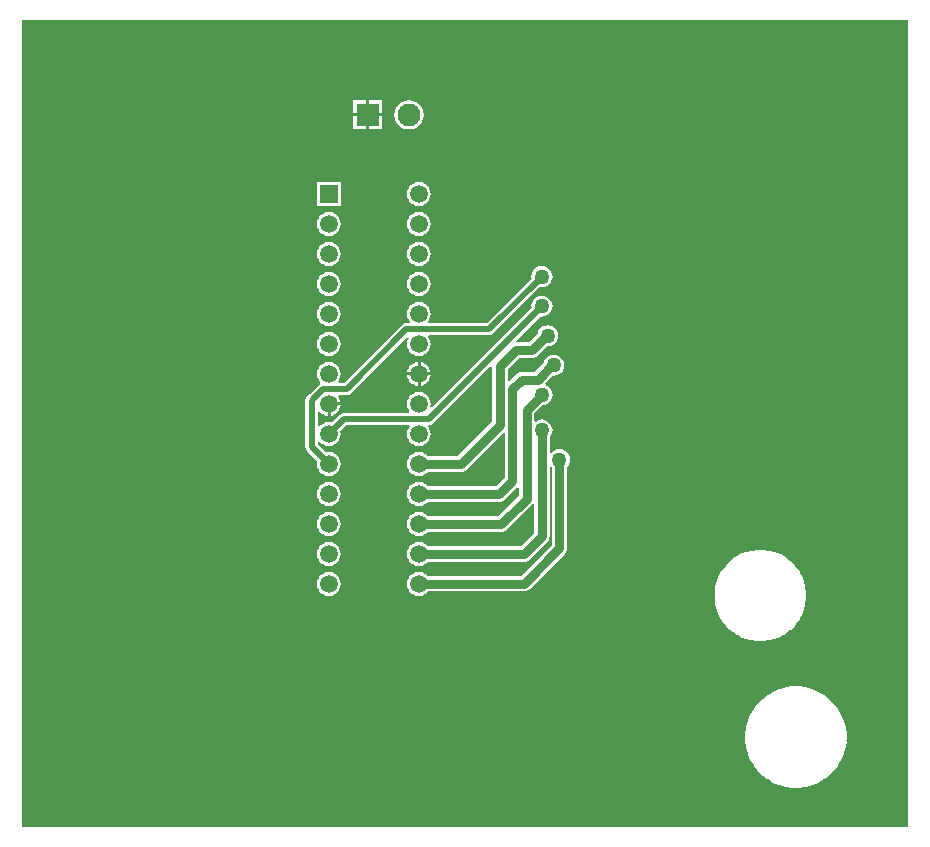
<source format=gbr>
%FSTAX23Y23*%
%MOIN*%
%SFA1B1*%

%IPPOS*%
%ADD13C,0.031496*%
%ADD14C,0.076772*%
%ADD15R,0.076772X0.076772*%
%ADD16C,0.059055*%
%ADD17R,0.059055X0.059055*%
%ADD18C,0.050000*%
%ADD19C,0.019685*%
%LNpcb2_copper_signal_bot-1*%
%LPD*%
G36*
X0561Y01D02*
X02657D01*
Y0369*
X0561*
Y01*
G37*
%LNpcb2_copper_signal_bot-2*%
%LPC*%
G36*
X03857Y03422D02*
X03814D01*
Y03379*
X03857*
Y03422*
G37*
G36*
X03804D02*
X0376D01*
Y03379*
X03804*
Y03422*
G37*
G36*
X03857Y03369D02*
X03814D01*
Y03325*
X03857*
Y03369*
G37*
G36*
X03804D02*
X0376D01*
Y03325*
X03804*
Y03369*
G37*
G36*
X03946Y03422D02*
X03934Y03421D01*
X03922Y03416*
X03912Y03408*
X03904Y03398*
X03899Y03386*
X03898Y03374*
X03899Y03361*
X03904Y03349*
X03912Y03339*
X03922Y03331*
X03934Y03326*
X03946Y03325*
X03959Y03326*
X03971Y03331*
X03981Y03339*
X03989Y03349*
X03993Y03361*
X03995Y03374*
X03993Y03386*
X03989Y03398*
X03981Y03408*
X03971Y03416*
X03959Y03421*
X03946Y03422*
G37*
G36*
X03719Y03149D02*
X0364D01*
Y0307*
X03719*
Y03149*
G37*
G36*
X0398Y03149D02*
X03969Y03148D01*
X0396Y03144*
X03951Y03138*
X03945Y03129*
X03941Y0312*
X0394Y0311*
X03941Y03099*
X03945Y0309*
X03951Y03081*
X0396Y03075*
X03969Y03071*
X0398Y0307*
X0399Y03071*
X03999Y03075*
X04008Y03081*
X04014Y0309*
X04018Y03099*
X04019Y0311*
X04018Y0312*
X04014Y03129*
X04008Y03138*
X03999Y03144*
X0399Y03148*
X0398Y03149*
G37*
G36*
Y03049D02*
X03969Y03048D01*
X0396Y03044*
X03951Y03038*
X03945Y03029*
X03941Y0302*
X0394Y0301*
X03941Y02999*
X03945Y0299*
X03951Y02981*
X0396Y02975*
X03969Y02971*
X0398Y0297*
X0399Y02971*
X03999Y02975*
X04008Y02981*
X04014Y0299*
X04018Y02999*
X04019Y0301*
X04018Y0302*
X04014Y03029*
X04008Y03038*
X03999Y03044*
X0399Y03048*
X0398Y03049*
G37*
G36*
X0368D02*
X03669Y03048D01*
X0366Y03044*
X03651Y03038*
X03645Y03029*
X03641Y0302*
X0364Y0301*
X03641Y02999*
X03645Y0299*
X03651Y02981*
X0366Y02975*
X03669Y02971*
X0368Y0297*
X0369Y02971*
X03699Y02975*
X03708Y02981*
X03714Y0299*
X03718Y02999*
X03719Y0301*
X03718Y0302*
X03714Y03029*
X03708Y03038*
X03699Y03044*
X0369Y03048*
X0368Y03049*
G37*
G36*
X0398Y02949D02*
X03969Y02948D01*
X0396Y02944*
X03951Y02938*
X03945Y02929*
X03941Y0292*
X0394Y0291*
X03941Y02899*
X03945Y0289*
X03951Y02881*
X0396Y02875*
X03969Y02871*
X0398Y0287*
X0399Y02871*
X03999Y02875*
X04008Y02881*
X04014Y0289*
X04018Y02899*
X04019Y0291*
X04018Y0292*
X04014Y02929*
X04008Y02938*
X03999Y02944*
X0399Y02948*
X0398Y02949*
G37*
G36*
X0368D02*
X03669Y02948D01*
X0366Y02944*
X03651Y02938*
X03645Y02929*
X03641Y0292*
X0364Y0291*
X03641Y02899*
X03645Y0289*
X03651Y02881*
X0366Y02875*
X03669Y02871*
X0368Y0287*
X0369Y02871*
X03699Y02875*
X03708Y02881*
X03714Y0289*
X03718Y02899*
X03719Y0291*
X03718Y0292*
X03714Y02929*
X03708Y02938*
X03699Y02944*
X0369Y02948*
X0368Y02949*
G37*
G36*
X04389Y02869D02*
X0438Y02868D01*
X04372Y02865*
X04364Y02859*
X04359Y02852*
X04355Y02843*
X04354Y02834*
X04355Y02828*
X04206Y02679*
X04012*
X0401Y02684*
X04014Y0269*
X04018Y02699*
X04019Y0271*
X04018Y0272*
X04014Y02729*
X04008Y02738*
X03999Y02744*
X0399Y02748*
X0398Y02749*
X03969Y02748*
X0396Y02744*
X03951Y02738*
X03945Y02729*
X03941Y0272*
X0394Y0271*
X03941Y02699*
X03945Y0269*
X03949Y02684*
X03947Y02679*
X03938*
X03931Y02678*
X03924Y02673*
X03731Y0248*
X03713*
X03711Y02485*
X03714Y0249*
X03718Y02499*
X03719Y0251*
X03718Y0252*
X03714Y02529*
X03708Y02538*
X03699Y02544*
X0369Y02548*
X0368Y02549*
X03669Y02548*
X0366Y02544*
X03651Y02538*
X03645Y02529*
X03641Y0252*
X0364Y0251*
X03641Y02499*
X03645Y0249*
X0365Y02483*
X0365Y0248*
X0365Y02478*
X03649Y02477*
X03646Y02474*
X03616Y02444*
X03615Y02442*
X03607Y02435*
X03603Y02429*
X03601Y02421*
Y02267*
X03603Y0226*
X03607Y02253*
X03641Y02219*
X0364Y0221*
X03641Y02199*
X03645Y0219*
X03651Y02181*
X0366Y02175*
X03669Y02171*
X0368Y0217*
X0369Y02171*
X03699Y02175*
X03708Y02181*
X03714Y0219*
X03718Y02199*
X03719Y0221*
X03718Y0222*
X03714Y02229*
X03708Y02238*
X03699Y02244*
X0369Y02248*
X0368Y02249*
X0367Y02248*
X03642Y02276*
Y02286*
X03647Y02287*
X03651Y02281*
X0366Y02275*
X03669Y02271*
X0368Y0227*
X0369Y02271*
X03699Y02275*
X03708Y02281*
X03714Y0229*
X03718Y02299*
X03719Y0231*
X03718Y02319*
X03739Y0234*
X03947*
X03949Y02335*
X03945Y02329*
X03941Y0232*
X0394Y0231*
X03941Y02299*
X03945Y0229*
X03951Y02281*
X0396Y02275*
X03969Y02271*
X0398Y0227*
X0399Y02271*
X03999Y02275*
X04008Y02281*
X04014Y0229*
X04018Y02299*
X04019Y0231*
X04018Y0232*
X04014Y02329*
X0401Y02335*
X04012Y0234*
X04014*
X04021Y02341*
X04028Y02346*
X04218Y02536*
X04223Y02534*
Y02351*
X04108Y02235*
X04009*
X04008Y02238*
X03999Y02244*
X0399Y02248*
X0398Y02249*
X03969Y02248*
X0396Y02244*
X03951Y02238*
X03945Y02229*
X03941Y0222*
X0394Y0221*
X03941Y02199*
X03945Y0219*
X03951Y02181*
X0396Y02175*
X03969Y02171*
X0398Y0217*
X0399Y02171*
X03999Y02175*
X04008Y02181*
X04009Y02184*
X04119*
X04126Y02184*
X04132Y02187*
X04137Y02191*
X0426Y02314*
X04265Y02312*
Y02163*
X04237Y02135*
X04009*
X04008Y02138*
X03999Y02144*
X0399Y02148*
X0398Y02149*
X03969Y02148*
X0396Y02144*
X03951Y02138*
X03945Y02129*
X03941Y0212*
X0394Y0211*
X03941Y02099*
X03945Y0209*
X03951Y02081*
X0396Y02075*
X03969Y02071*
X0398Y0207*
X0399Y02071*
X03999Y02075*
X04008Y02081*
X04009Y02084*
X04248*
X04254Y02084*
X04261Y02087*
X04266Y02091*
X04308Y02133*
X04313Y0213*
Y02105*
X04243Y02035*
X04009*
X04008Y02038*
X03999Y02044*
X0399Y02048*
X0398Y02049*
X03969Y02048*
X0396Y02044*
X03951Y02038*
X03945Y02029*
X03941Y0202*
X0394Y0201*
X03941Y01999*
X03945Y0199*
X03951Y01981*
X0396Y01975*
X03969Y01971*
X0398Y0197*
X0399Y01971*
X03999Y01975*
X04008Y01981*
X04009Y01984*
X04254*
X0426Y01984*
X04267Y01987*
X04272Y01991*
X04357Y02076*
X04358Y02078*
X04363Y02076*
Y01979*
X0432Y01935*
X04009*
X04008Y01938*
X03999Y01944*
X0399Y01948*
X0398Y01949*
X03969Y01948*
X0396Y01944*
X03951Y01938*
X03945Y01929*
X03941Y0192*
X0394Y0191*
X03941Y01899*
X03945Y0189*
X03951Y01881*
X0396Y01875*
X03969Y01871*
X0398Y0187*
X0399Y01871*
X03999Y01875*
X04008Y01881*
X04009Y01884*
X04331*
X04337Y01884*
X04344Y01887*
X04349Y01891*
X04408Y0195*
X04412Y01955*
X04414Y01961*
X04415Y01968*
Y02198*
X0442Y02201*
X04422Y02199*
Y01939*
X04319Y01836*
X04009*
X04008Y01838*
X03999Y01844*
X0399Y01848*
X0398Y01849*
X03969Y01848*
X0396Y01844*
X03951Y01838*
X03945Y01829*
X03941Y0182*
X0394Y0181*
X03941Y01799*
X03945Y0179*
X03951Y01781*
X0396Y01775*
X03969Y01771*
X0398Y0177*
X0399Y01771*
X03999Y01775*
X04008Y01781*
X0401Y01785*
X0433*
X04337Y01785*
X04343Y01788*
X04349Y01792*
X04467Y0191*
X04471Y01916*
X04473Y01922*
X04474Y01929*
Y022*
X04479Y02206*
X04482Y02215*
X04484Y02224*
X04482Y02233*
X04479Y02242*
X04473Y02249*
X04466Y02254*
X04457Y02258*
X04448Y02259*
X04439Y02258*
X04431Y02254*
X04423Y02249*
X0442Y02245*
X04415Y02246*
Y02299*
X0442Y02305*
X04423Y02313*
X04425Y02322*
X04423Y02331*
X0442Y0234*
X04414Y02347*
X04407Y02353*
X04398Y02356*
X04389Y02358*
X0438Y02356*
X04372Y02353*
X04369Y02351*
X04364Y02353*
Y02378*
X04392Y02405*
X04398Y02406*
X04407Y0241*
X04414Y02415*
X0442Y02423*
X04423Y02431*
X04425Y0244*
X04423Y0245*
X0442Y02458*
X04414Y02465*
X04407Y02471*
X04402Y02473*
X04401Y02479*
X04425Y02504*
X04429Y02504*
X04438Y02505*
X04446Y02508*
X04454Y02514*
X04459Y02521*
X04463Y0253*
X04464Y02539*
X04463Y02548*
X04459Y02557*
X04454Y02564*
X04446Y02569*
X04438Y02573*
X04429Y02574*
X04419Y02573*
X04411Y02569*
X04404Y02564*
X04398Y02557*
X04395Y02548*
X04394Y02546*
X04365Y02517*
X04322*
X04315Y02516*
X04309Y02514*
X04304Y0251*
X0428Y02486*
X04275Y02488*
Y02526*
X04313Y02563*
X04356*
X04363Y02564*
X04369Y02567*
X04374Y02571*
X04406Y02602*
X04409Y02602*
X04418Y02603*
X04427Y02607*
X04434Y02612*
X0444Y0262*
X04443Y02628*
X04444Y02637*
X04443Y02646*
X0444Y02655*
X04434Y02662*
X04427Y02668*
X04418Y02671*
X04409Y02673*
X044Y02671*
X04391Y02668*
X04384Y02662*
X04378Y02655*
X04375Y02646*
X04375Y02645*
X04345Y02615*
X04304*
X04302Y0262*
X04383Y02701*
X04389Y027*
X04398Y02702*
X04407Y02705*
X04414Y02711*
X0442Y02718*
X04423Y02727*
X04425Y02736*
X04423Y02745*
X0442Y02753*
X04414Y02761*
X04407Y02766*
X04398Y0277*
X04389Y02771*
X0438Y0277*
X04372Y02766*
X04364Y02761*
X04359Y02753*
X04355Y02745*
X04354Y02736*
X04355Y0273*
X04023Y02398*
X04021Y02398*
X04018Y024*
X04019Y0241*
X04018Y0242*
X04014Y02429*
X04008Y02438*
X03999Y02444*
X0399Y02448*
X0398Y02449*
X03969Y02448*
X0396Y02444*
X03951Y02438*
X03945Y02429*
X03941Y0242*
X0394Y0241*
X03941Y02399*
X03945Y0239*
X03948Y02385*
X03946Y0238*
X0373*
X03722Y02379*
X03716Y02374*
X03689Y02348*
X0368Y02349*
X03669Y02348*
X0366Y02344*
X03651Y02338*
X03647Y02332*
X03642Y02333*
Y02386*
X03647Y02387*
X03651Y02381*
X0366Y02375*
X03669Y02371*
X03675Y0237*
Y0241*
X0368*
Y02415*
X03719*
X03718Y0242*
X03714Y02429*
X0371Y02435*
X03712Y0244*
X0374*
X03747Y02441*
X03754Y02446*
X03942Y02634*
X03946Y02631*
X03945Y02629*
X03941Y0262*
X0394Y0261*
X03941Y02599*
X03945Y0259*
X03951Y02581*
X0396Y02575*
X03969Y02571*
X0398Y0257*
X0399Y02571*
X03999Y02575*
X04008Y02581*
X04014Y0259*
X04018Y02599*
X04019Y0261*
X04018Y0262*
X04014Y02629*
X04011Y02634*
X04013Y02639*
X04214*
X04222Y0264*
X04228Y02645*
X04383Y028*
X04389Y02799*
X04398Y028*
X04407Y02804*
X04414Y02809*
X0442Y02816*
X04423Y02825*
X04425Y02834*
X04423Y02843*
X0442Y02852*
X04414Y02859*
X04407Y02865*
X04398Y02868*
X04389Y02869*
G37*
G36*
X0398Y02849D02*
X03969Y02848D01*
X0396Y02844*
X03951Y02838*
X03945Y02829*
X03941Y0282*
X0394Y0281*
X03941Y02799*
X03945Y0279*
X03951Y02781*
X0396Y02775*
X03969Y02771*
X0398Y0277*
X0399Y02771*
X03999Y02775*
X04008Y02781*
X04014Y0279*
X04018Y02799*
X04019Y0281*
X04018Y0282*
X04014Y02829*
X04008Y02838*
X03999Y02844*
X0399Y02848*
X0398Y02849*
G37*
G36*
X0368D02*
X03669Y02848D01*
X0366Y02844*
X03651Y02838*
X03645Y02829*
X03641Y0282*
X0364Y0281*
X03641Y02799*
X03645Y0279*
X03651Y02781*
X0366Y02775*
X03669Y02771*
X0368Y0277*
X0369Y02771*
X03699Y02775*
X03708Y02781*
X03714Y0279*
X03718Y02799*
X03719Y0281*
X03718Y0282*
X03714Y02829*
X03708Y02838*
X03699Y02844*
X0369Y02848*
X0368Y02849*
G37*
G36*
Y02749D02*
X03669Y02748D01*
X0366Y02744*
X03651Y02738*
X03645Y02729*
X03641Y0272*
X0364Y0271*
X03641Y02699*
X03645Y0269*
X03651Y02681*
X0366Y02675*
X03669Y02671*
X0368Y0267*
X0369Y02671*
X03699Y02675*
X03708Y02681*
X03714Y0269*
X03718Y02699*
X03719Y0271*
X03718Y0272*
X03714Y02729*
X03708Y02738*
X03699Y02744*
X0369Y02748*
X0368Y02749*
G37*
G36*
Y02649D02*
X03669Y02648D01*
X0366Y02644*
X03651Y02638*
X03645Y02629*
X03641Y0262*
X0364Y0261*
X03641Y02599*
X03645Y0259*
X03651Y02581*
X0366Y02575*
X03669Y02571*
X0368Y0257*
X0369Y02571*
X03699Y02575*
X03708Y02581*
X03714Y0259*
X03718Y02599*
X03719Y0261*
X03718Y0262*
X03714Y02629*
X03708Y02638*
X03699Y02644*
X0369Y02648*
X0368Y02649*
G37*
G36*
X03985Y02549D02*
Y02515D01*
X04019*
X04018Y0252*
X04014Y02529*
X04008Y02538*
X03999Y02544*
X0399Y02548*
X03985Y02549*
G37*
G36*
X03975D02*
X03969Y02548D01*
X0396Y02544*
X03951Y02538*
X03945Y02529*
X03941Y0252*
X0394Y02515*
X03975*
Y02549*
G37*
G36*
X04019Y02505D02*
X03985D01*
Y0247*
X0399Y02471*
X03999Y02475*
X04008Y02481*
X04014Y0249*
X04018Y02499*
X04019Y02505*
G37*
G36*
X03975D02*
X0394D01*
X03941Y02499*
X03945Y0249*
X03951Y02481*
X0396Y02475*
X03969Y02471*
X03975Y0247*
Y02505*
G37*
G36*
X03719Y02405D02*
X03685D01*
Y0237*
X0369Y02371*
X03699Y02375*
X03708Y02381*
X03714Y0239*
X03718Y02399*
X03719Y02405*
G37*
G36*
X0368Y02149D02*
X03669Y02148D01*
X0366Y02144*
X03651Y02138*
X03645Y02129*
X03641Y0212*
X0364Y0211*
X03641Y02099*
X03645Y0209*
X03651Y02081*
X0366Y02075*
X03669Y02071*
X0368Y0207*
X0369Y02071*
X03699Y02075*
X03708Y02081*
X03714Y0209*
X03718Y02099*
X03719Y0211*
X03718Y0212*
X03714Y02129*
X03708Y02138*
X03699Y02144*
X0369Y02148*
X0368Y02149*
G37*
G36*
Y02049D02*
X03669Y02048D01*
X0366Y02044*
X03651Y02038*
X03645Y02029*
X03641Y0202*
X0364Y0201*
X03641Y01999*
X03645Y0199*
X03651Y01981*
X0366Y01975*
X03669Y01971*
X0368Y0197*
X0369Y01971*
X03699Y01975*
X03708Y01981*
X03714Y0199*
X03718Y01999*
X03719Y0201*
X03718Y0202*
X03714Y02029*
X03708Y02038*
X03699Y02044*
X0369Y02048*
X0368Y02049*
G37*
G36*
X05127Y01923D02*
X05108D01*
X05108Y01923*
X05107Y01923*
X05089Y01921*
X05088Y01921*
X05087Y01921*
X05069Y01916*
X05069Y01915*
X05068Y01915*
X05051Y01908*
X0505Y01908*
X0505Y01908*
X05033Y01898*
X05033Y01898*
X05032Y01898*
X05018Y01886*
X05017Y01886*
X05017Y01885*
X05003Y01872*
X05003Y01872*
X05003Y01871*
X04991Y01856*
X04991Y01856*
X0499Y01855*
X04981Y01839*
X04981Y01839*
X04981Y01838*
X04973Y01821*
X04973Y0182*
X04973Y0182*
X04968Y01802*
X04968Y01801*
X04968Y018*
X04966Y01782*
X04966Y01781*
X04965Y0178*
Y01762*
X04966Y01761*
X04966Y01761*
X04968Y01742*
X04968Y01741*
X04968Y01741*
X04973Y01723*
X04973Y01722*
X04973Y01722*
X04981Y01704*
X04981Y01704*
X04981Y01703*
X0499Y01687*
X04991Y01687*
X04991Y01686*
X05003Y01671*
X05003Y01671*
X05003Y0167*
X05017Y01657*
X05017Y01657*
X05018Y01656*
X05032Y01645*
X05033Y01644*
X05033Y01644*
X0505Y01635*
X0505Y01635*
X05051Y01634*
X05068Y01627*
X05069Y01627*
X05069Y01627*
X05087Y01622*
X05088Y01622*
X05089Y01622*
X05107Y01619*
X05108Y01619*
X05108Y01619*
X05127*
X05128Y01619*
X05128Y01619*
X05147Y01622*
X05147Y01622*
X05148Y01622*
X05166Y01627*
X05167Y01627*
X05167Y01627*
X05184Y01634*
X05185Y01635*
X05186Y01635*
X05202Y01644*
X05202Y01644*
X05203Y01645*
X05218Y01656*
X05218Y01657*
X05219Y01657*
X05232Y0167*
X05232Y01671*
X05233Y01671*
X05244Y01686*
X05244Y01687*
X05245Y01687*
X05254Y01703*
X05254Y01704*
X05255Y01704*
X05262Y01722*
X05262Y01722*
X05262Y01723*
X05267Y01741*
X05267Y01741*
X05267Y01742*
X0527Y01761*
X0527Y01761*
X0527Y01762*
Y0178*
X0527Y01781*
X0527Y01782*
X05267Y018*
X05267Y01801*
X05267Y01802*
X05262Y0182*
X05262Y0182*
X05262Y01821*
X05255Y01838*
X05254Y01839*
X05254Y01839*
X05245Y01855*
X05244Y01856*
X05244Y01856*
X05233Y01871*
X05232Y01872*
X05232Y01872*
X05219Y01885*
X05218Y01886*
X05218Y01886*
X05203Y01898*
X05202Y01898*
X05202Y01898*
X05186Y01908*
X05185Y01908*
X05184Y01908*
X05167Y01915*
X05167Y01915*
X05166Y01916*
X05148Y01921*
X05147Y01921*
X05147Y01921*
X05128Y01923*
X05128Y01923*
X05127Y01923*
G37*
G36*
X0368Y01949D02*
X03669Y01948D01*
X0366Y01944*
X03651Y01938*
X03645Y01929*
X03641Y0192*
X0364Y0191*
X03641Y01899*
X03645Y0189*
X03651Y01881*
X0366Y01875*
X03669Y01871*
X0368Y0187*
X0369Y01871*
X03699Y01875*
X03708Y01881*
X03714Y0189*
X03718Y01899*
X03719Y0191*
X03718Y0192*
X03714Y01929*
X03708Y01938*
X03699Y01944*
X0369Y01948*
X0368Y01949*
G37*
G36*
Y01849D02*
X03669Y01848D01*
X0366Y01844*
X03651Y01838*
X03645Y01829*
X03641Y0182*
X0364Y0181*
X03641Y01799*
X03645Y0179*
X03651Y01781*
X0366Y01775*
X03669Y01771*
X0368Y0177*
X0369Y01771*
X03699Y01775*
X03708Y01781*
X03714Y0179*
X03718Y01799*
X03719Y0181*
X03718Y0182*
X03714Y01829*
X03708Y01838*
X03699Y01844*
X0369Y01848*
X0368Y01849*
G37*
G36*
X05246Y01468D02*
X05225D01*
X05225Y01467*
X05224Y01468*
X05203Y01465*
X05203Y01465*
X05202Y01465*
X05182Y01459*
X05181Y01459*
X05181Y01459*
X05161Y01451*
X05161Y0145*
X0516Y0145*
X05142Y0144*
X05142Y01439*
X05141Y01439*
X05125Y01426*
X05124Y01426*
X05124Y01425*
X05109Y01411*
X05109Y0141*
X05108Y0141*
X05095Y01393*
X05095Y01393*
X05095Y01392*
X05084Y01374*
X05084Y01374*
X05084Y01373*
X05076Y01354*
X05076Y01353*
X05075Y01352*
X0507Y01332*
X0507Y01332*
X0507Y01331*
X05067Y0131*
X05067Y0131*
X05067Y01309*
Y01288*
X05067Y01288*
X05067Y01287*
X0507Y01266*
X0507Y01266*
X0507Y01265*
X05075Y01245*
X05076Y01244*
X05076Y01244*
X05084Y01224*
X05084Y01224*
X05084Y01223*
X05095Y01205*
X05095Y01205*
X05095Y01204*
X05108Y01188*
X05109Y01187*
X05109Y01187*
X05124Y01172*
X05124Y01172*
X05125Y01171*
X05141Y01158*
X05142Y01158*
X05142Y01158*
X0516Y01147*
X05161Y01147*
X05161Y01147*
X05181Y01139*
X05181Y01139*
X05182Y01138*
X05202Y01133*
X05203Y01133*
X05203Y01133*
X05224Y0113*
X05225Y0113*
X05225Y0113*
X05246*
X05247Y0113*
X05247Y0113*
X05268Y01133*
X05269Y01133*
X05269Y01133*
X05289Y01138*
X0529Y01139*
X05291Y01139*
X0531Y01147*
X05311Y01147*
X05311Y01147*
X05329Y01158*
X0533Y01158*
X0533Y01158*
X05347Y01171*
X05347Y01172*
X05348Y01172*
X05363Y01187*
X05363Y01187*
X05363Y01188*
X05376Y01204*
X05376Y01205*
X05377Y01205*
X05387Y01223*
X05387Y01224*
X05388Y01224*
X05396Y01244*
X05396Y01244*
X05396Y01245*
X05402Y01265*
X05402Y01266*
X05402Y01266*
X05405Y01287*
X05404Y01288*
X05405Y01288*
Y01309*
X05404Y0131*
X05405Y0131*
X05402Y01331*
X05402Y01332*
X05402Y01332*
X05396Y01352*
X05396Y01353*
X05396Y01354*
X05388Y01373*
X05387Y01374*
X05387Y01374*
X05377Y01392*
X05376Y01393*
X05376Y01393*
X05363Y0141*
X05363Y0141*
X05363Y01411*
X05348Y01425*
X05347Y01426*
X05347Y01426*
X0533Y01439*
X0533Y01439*
X05329Y0144*
X05311Y0145*
X05311Y0145*
X0531Y01451*
X05291Y01459*
X0529Y01459*
X05289Y01459*
X05269Y01465*
X05269Y01465*
X05268Y01465*
X05247Y01468*
X05247Y01467*
X05246Y01468*
G37*
%LNpcb2_copper_signal_bot-3*%
%LPD*%
G54D13*
X04404Y02637D02*
X04409D01*
X04356Y02589D02*
X04404Y02637D01*
X04302Y02589D02*
X04356D01*
X04249Y02537D02*
X04302Y02589D01*
X04249Y0234D02*
Y02537D01*
X04119Y0221D02*
X04249Y0234D01*
X0398Y0221D02*
X04119D01*
X04291Y0246D02*
X04322Y02491D01*
X04424Y02539D02*
X04429D01*
X04376Y02491D02*
X04424Y02539D01*
X04322Y02491D02*
X04376D01*
X04339Y02389D02*
X04389Y0244D01*
X04339Y02094D02*
Y02389D01*
X04389Y0244D02*
Y0244D01*
X04248Y0211D02*
X04291Y02153D01*
Y0246*
X04254Y0201D02*
X04339Y02094D01*
X0398Y0211D02*
X04248D01*
X0398Y0201D02*
X04254D01*
X04389Y01968D02*
Y02322D01*
X04331Y0191D02*
X04389Y01968D01*
X0398Y0191D02*
X04331D01*
X04448Y01929D02*
Y02224D01*
X0433Y01811D02*
X04448Y01929D01*
X03981Y01811D02*
X0433D01*
X0398Y0181D02*
X03981Y01811D01*
G54D14*
X03946Y03374D03*
G54D15*
X03809Y03374D03*
G54D16*
X0398Y0181D03*
Y0191D03*
Y0201D03*
Y0211D03*
Y0221D03*
Y0231D03*
Y0241D03*
Y0251D03*
Y0261D03*
Y0271D03*
Y0281D03*
Y0291D03*
Y0301D03*
Y0311D03*
X0368Y0181D03*
Y0191D03*
Y0201D03*
Y0211D03*
Y0221D03*
Y0231D03*
Y0241D03*
Y0251D03*
Y0261D03*
Y0271D03*
Y0281D03*
Y0291D03*
Y0301D03*
G54D17*
X0368Y0311D03*
G54D18*
X04389Y02834D03*
Y02736D03*
X04409Y02637D03*
X04429Y02539D03*
X04389Y0244D03*
Y02322D03*
X04448Y02224D03*
G54D19*
X0374Y0246D02*
X03938Y02659D01*
X04214*
X04389Y02834*
X03622Y02421D02*
X0363Y02429D01*
Y0243*
X0366Y0246*
X0374*
X03622Y02267D02*
Y02421D01*
Y02267D02*
X0368Y0221D01*
X04014Y0236D02*
X04389Y02736D01*
X0373Y0236D02*
X04014D01*
X0368Y0231D02*
X0373Y0236D01*
M02*
</source>
